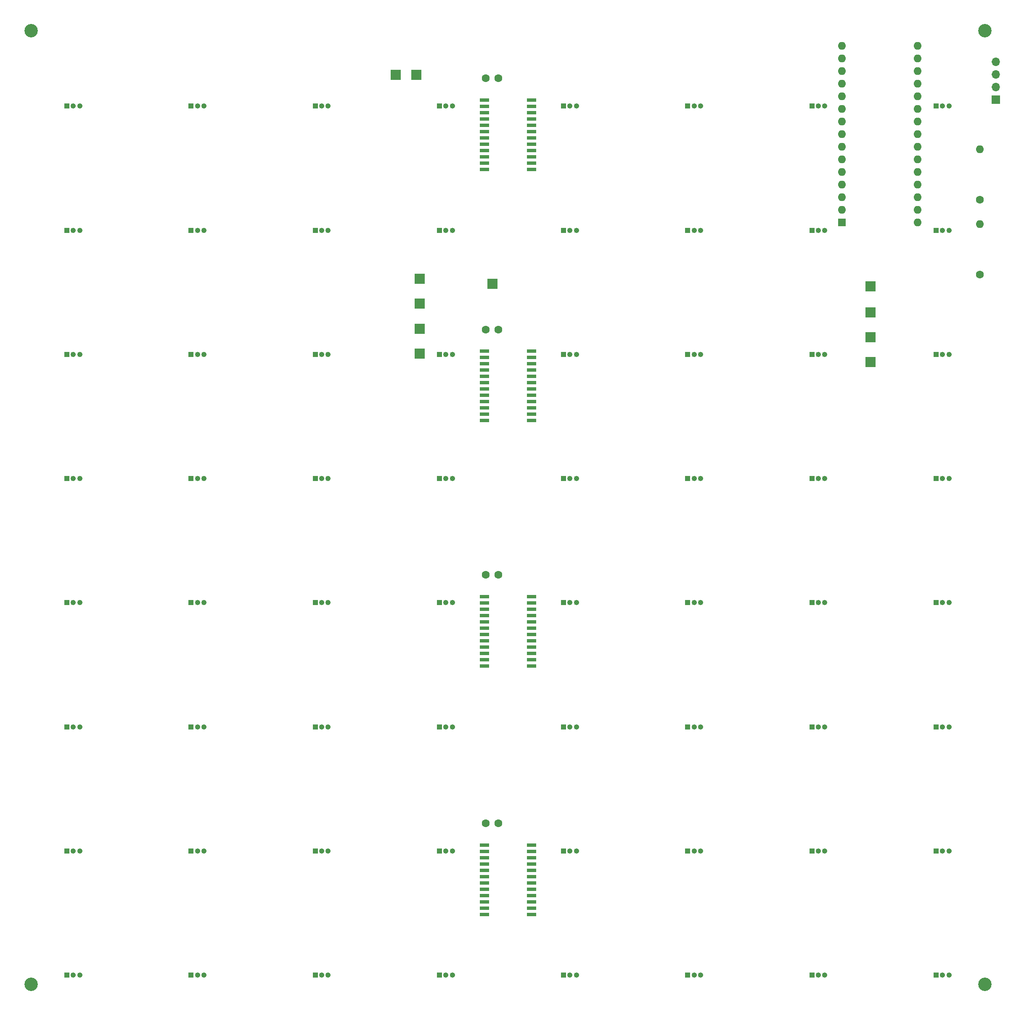
<source format=gbs>
G04 #@! TF.GenerationSoftware,KiCad,Pcbnew,8.0.8*
G04 #@! TF.CreationDate,2025-02-06T21:03:28-05:00*
G04 #@! TF.ProjectId,Chessboard Hardware,43686573-7362-46f6-9172-642048617264,1*
G04 #@! TF.SameCoordinates,Original*
G04 #@! TF.FileFunction,Soldermask,Bot*
G04 #@! TF.FilePolarity,Negative*
%FSLAX46Y46*%
G04 Gerber Fmt 4.6, Leading zero omitted, Abs format (unit mm)*
G04 Created by KiCad (PCBNEW 8.0.8) date 2025-02-06 21:03:28*
%MOMM*%
%LPD*%
G01*
G04 APERTURE LIST*
%ADD10R,1.080000X1.080000*%
%ADD11C,1.080000*%
%ADD12R,2.000000X2.000000*%
%ADD13C,2.700000*%
%ADD14C,1.600000*%
%ADD15R,1.950000X0.650000*%
%ADD16O,1.600000X1.600000*%
%ADD17R,1.600000X1.600000*%
%ADD18R,1.700000X1.700000*%
%ADD19O,1.700000X1.700000*%
G04 APERTURE END LIST*
D10*
X86200000Y-144200000D03*
D11*
X87500000Y-144200000D03*
X88800000Y-144200000D03*
D10*
X86200000Y-244195600D03*
D11*
X87500000Y-244195600D03*
X88800000Y-244195600D03*
D10*
X136200000Y-169200000D03*
D11*
X137500000Y-169200000D03*
X138800000Y-169200000D03*
D10*
X86200000Y-219200000D03*
D11*
X87500000Y-219200000D03*
X88800000Y-219200000D03*
D10*
X86200000Y-69200000D03*
D11*
X87500000Y-69200000D03*
X88800000Y-69200000D03*
D10*
X161200000Y-144200000D03*
D11*
X162500000Y-144200000D03*
X163800000Y-144200000D03*
D12*
X132250000Y-114000000D03*
D10*
X186200000Y-94200000D03*
D11*
X187500000Y-94200000D03*
X188800000Y-94200000D03*
D10*
X186200000Y-169200000D03*
D11*
X187500000Y-169200000D03*
X188800000Y-169200000D03*
D10*
X236200000Y-169200000D03*
D11*
X237500000Y-169200000D03*
X238800000Y-169200000D03*
D10*
X186200000Y-194200000D03*
D11*
X187500000Y-194200000D03*
X188800000Y-194200000D03*
D13*
X54000000Y-246000000D03*
D10*
X86200000Y-119200000D03*
D11*
X87500000Y-119200000D03*
X88800000Y-119200000D03*
D10*
X161200000Y-119200000D03*
D11*
X162500000Y-119200000D03*
X163800000Y-119200000D03*
D10*
X111200000Y-119200000D03*
D11*
X112500000Y-119200000D03*
X113800000Y-119200000D03*
D10*
X161200000Y-169200000D03*
D11*
X162500000Y-169200000D03*
X163800000Y-169200000D03*
D10*
X161200000Y-219200000D03*
D11*
X162500000Y-219200000D03*
X163800000Y-219200000D03*
D10*
X61200000Y-119200000D03*
D11*
X62500000Y-119200000D03*
X63800000Y-119200000D03*
D10*
X111200000Y-144200000D03*
D11*
X112500000Y-144200000D03*
X113800000Y-144200000D03*
D10*
X61200000Y-94200000D03*
D11*
X62500000Y-94200000D03*
X63800000Y-94200000D03*
D10*
X86200000Y-169195600D03*
D11*
X87500000Y-169195600D03*
X88800000Y-169195600D03*
D10*
X61200000Y-169195600D03*
D11*
X62500000Y-169195600D03*
X63800000Y-169195600D03*
D10*
X61200000Y-144200000D03*
D11*
X62500000Y-144200000D03*
X63800000Y-144200000D03*
D13*
X246000000Y-246000000D03*
D12*
X132250000Y-109000000D03*
D10*
X211200000Y-144200000D03*
D11*
X212500000Y-144200000D03*
X213800000Y-144200000D03*
D10*
X161200000Y-69200000D03*
D11*
X162500000Y-69200000D03*
X163800000Y-69200000D03*
D10*
X136200000Y-119200000D03*
D11*
X137500000Y-119200000D03*
X138800000Y-119200000D03*
D10*
X236200000Y-94200000D03*
D11*
X237500000Y-94200000D03*
X238800000Y-94200000D03*
D10*
X111200000Y-169195600D03*
D11*
X112500000Y-169195600D03*
X113800000Y-169195600D03*
D10*
X186200000Y-219200000D03*
D11*
X187500000Y-219200000D03*
X188800000Y-219200000D03*
D13*
X246000000Y-54000000D03*
D12*
X146900000Y-105000000D03*
D10*
X86200000Y-94200000D03*
D11*
X87500000Y-94200000D03*
X88800000Y-94200000D03*
D10*
X136200000Y-144200000D03*
D11*
X137500000Y-144200000D03*
X138800000Y-144200000D03*
D10*
X61200000Y-244195600D03*
D11*
X62500000Y-244195600D03*
X63800000Y-244195600D03*
D10*
X161200000Y-94200000D03*
D11*
X162500000Y-94200000D03*
X163800000Y-94200000D03*
D10*
X236200000Y-144200000D03*
D11*
X237500000Y-144200000D03*
X238800000Y-144200000D03*
D10*
X161200000Y-244200000D03*
D11*
X162500000Y-244200000D03*
X163800000Y-244200000D03*
D13*
X54000000Y-54000000D03*
D10*
X136200000Y-244195600D03*
D11*
X137500000Y-244195600D03*
X138800000Y-244195600D03*
D10*
X136200000Y-69200000D03*
D11*
X137500000Y-69200000D03*
X138800000Y-69200000D03*
D10*
X136200000Y-194200000D03*
D11*
X137500000Y-194200000D03*
X138800000Y-194200000D03*
D10*
X136200000Y-94200000D03*
D11*
X137500000Y-94200000D03*
X138800000Y-94200000D03*
D12*
X223000000Y-115700000D03*
X132250000Y-119000000D03*
D10*
X111200000Y-219200000D03*
D11*
X112500000Y-219200000D03*
X113800000Y-219200000D03*
D10*
X211200000Y-194200000D03*
D11*
X212500000Y-194200000D03*
X213800000Y-194200000D03*
D10*
X211200000Y-244200000D03*
D11*
X212500000Y-244200000D03*
X213800000Y-244200000D03*
D10*
X211200000Y-169200000D03*
D11*
X212500000Y-169200000D03*
X213800000Y-169200000D03*
D12*
X131600000Y-62900000D03*
D10*
X111200000Y-194200000D03*
D11*
X112500000Y-194200000D03*
X113800000Y-194200000D03*
D10*
X111200000Y-69200000D03*
D11*
X112500000Y-69200000D03*
X113800000Y-69200000D03*
D10*
X236200000Y-119200000D03*
D11*
X237500000Y-119200000D03*
X238800000Y-119200000D03*
D10*
X161200000Y-194200000D03*
D11*
X162500000Y-194200000D03*
X163800000Y-194200000D03*
D10*
X186200000Y-119200000D03*
D11*
X187500000Y-119200000D03*
X188800000Y-119200000D03*
D10*
X186200000Y-69200000D03*
D11*
X187500000Y-69200000D03*
X188800000Y-69200000D03*
D12*
X223000000Y-105500000D03*
X223000000Y-120700000D03*
D10*
X186200000Y-144200000D03*
D11*
X187500000Y-144200000D03*
X188800000Y-144200000D03*
D12*
X127400000Y-62900000D03*
D10*
X236200000Y-244200000D03*
D11*
X237500000Y-244200000D03*
X238800000Y-244200000D03*
D10*
X186200000Y-244200000D03*
D11*
X187500000Y-244200000D03*
X188800000Y-244200000D03*
D10*
X236200000Y-69200000D03*
D11*
X237500000Y-69200000D03*
X238800000Y-69200000D03*
D10*
X211200000Y-69200000D03*
D11*
X212500000Y-69200000D03*
X213800000Y-69200000D03*
D12*
X223000000Y-110750000D03*
D10*
X236200000Y-219200000D03*
D11*
X237500000Y-219200000D03*
X238800000Y-219200000D03*
D10*
X236200000Y-194200000D03*
D11*
X237500000Y-194200000D03*
X238800000Y-194200000D03*
D10*
X111200000Y-244200000D03*
D11*
X112500000Y-244200000D03*
X113800000Y-244200000D03*
D10*
X136200000Y-219200000D03*
D11*
X137500000Y-219200000D03*
X138800000Y-219200000D03*
D10*
X211200000Y-119200000D03*
D11*
X212500000Y-119200000D03*
X213800000Y-119200000D03*
D10*
X111200000Y-94200000D03*
D11*
X112500000Y-94200000D03*
X113800000Y-94200000D03*
D10*
X61200000Y-69200000D03*
D11*
X62500000Y-69200000D03*
X63800000Y-69200000D03*
D10*
X61200000Y-194200000D03*
D11*
X62500000Y-194200000D03*
X63800000Y-194200000D03*
D10*
X211200000Y-219200000D03*
D11*
X212500000Y-219200000D03*
X213800000Y-219200000D03*
D12*
X132250000Y-104000000D03*
D10*
X61200000Y-219195600D03*
D11*
X62500000Y-219195600D03*
X63800000Y-219195600D03*
D10*
X211200000Y-94200000D03*
D11*
X212500000Y-94200000D03*
X213800000Y-94200000D03*
D10*
X86200000Y-194195600D03*
D11*
X87500000Y-194195600D03*
X88800000Y-194195600D03*
D14*
X145550000Y-163600000D03*
X148050000Y-163600000D03*
X145550000Y-63600000D03*
X148050000Y-63600000D03*
D15*
X154725000Y-168015000D03*
X154725000Y-169285000D03*
X154725000Y-170555000D03*
X154725000Y-171825000D03*
X154725000Y-173095000D03*
X154725000Y-174365000D03*
X154725000Y-175635000D03*
X154725000Y-176905000D03*
X154725000Y-178175000D03*
X154725000Y-179445000D03*
X154725000Y-180715000D03*
X154725000Y-181985000D03*
X145275000Y-181985000D03*
X145275000Y-180715000D03*
X145275000Y-179445000D03*
X145275000Y-178175000D03*
X145275000Y-176905000D03*
X145275000Y-175635000D03*
X145275000Y-174365000D03*
X145275000Y-173095000D03*
X145275000Y-171825000D03*
X145275000Y-170555000D03*
X145275000Y-169285000D03*
X145275000Y-168015000D03*
D14*
X245000000Y-88080000D03*
D16*
X245000000Y-77920000D03*
D14*
X145550000Y-213600000D03*
X148050000Y-213600000D03*
X245000000Y-103080000D03*
D16*
X245000000Y-92920000D03*
D14*
X145550000Y-114200000D03*
X148050000Y-114200000D03*
D17*
X217250000Y-92620000D03*
D16*
X217250000Y-90080000D03*
X217250000Y-87540000D03*
X217250000Y-85000000D03*
X217250000Y-82460000D03*
X217250000Y-79920000D03*
X217250000Y-77380000D03*
X217250000Y-74840000D03*
X217250000Y-72300000D03*
X217250000Y-69760000D03*
X217250000Y-67220000D03*
X217250000Y-64680000D03*
X217250000Y-62140000D03*
X217250000Y-59600000D03*
X217250000Y-57060000D03*
X232490000Y-57060000D03*
X232490000Y-59600000D03*
X232490000Y-62140000D03*
X232490000Y-64680000D03*
X232490000Y-67220000D03*
X232490000Y-69760000D03*
X232490000Y-72300000D03*
X232490000Y-74840000D03*
X232490000Y-77380000D03*
X232490000Y-79920000D03*
X232490000Y-82460000D03*
X232490000Y-85000000D03*
X232490000Y-87540000D03*
X232490000Y-90080000D03*
X232490000Y-92620000D03*
D15*
X154725000Y-218015000D03*
X154725000Y-219285000D03*
X154725000Y-220555000D03*
X154725000Y-221825000D03*
X154725000Y-223095000D03*
X154725000Y-224365000D03*
X154725000Y-225635000D03*
X154725000Y-226905000D03*
X154725000Y-228175000D03*
X154725000Y-229445000D03*
X154725000Y-230715000D03*
X154725000Y-231985000D03*
X145275000Y-231985000D03*
X145275000Y-230715000D03*
X145275000Y-229445000D03*
X145275000Y-228175000D03*
X145275000Y-226905000D03*
X145275000Y-225635000D03*
X145275000Y-224365000D03*
X145275000Y-223095000D03*
X145275000Y-221825000D03*
X145275000Y-220555000D03*
X145275000Y-219285000D03*
X145275000Y-218015000D03*
X154725000Y-68015000D03*
X154725000Y-69285000D03*
X154725000Y-70555000D03*
X154725000Y-71825000D03*
X154725000Y-73095000D03*
X154725000Y-74365000D03*
X154725000Y-75635000D03*
X154725000Y-76905000D03*
X154725000Y-78175000D03*
X154725000Y-79445000D03*
X154725000Y-80715000D03*
X154725000Y-81985000D03*
X145275000Y-81985000D03*
X145275000Y-80715000D03*
X145275000Y-79445000D03*
X145275000Y-78175000D03*
X145275000Y-76905000D03*
X145275000Y-75635000D03*
X145275000Y-74365000D03*
X145275000Y-73095000D03*
X145275000Y-71825000D03*
X145275000Y-70555000D03*
X145275000Y-69285000D03*
X145275000Y-68015000D03*
X154725000Y-118515000D03*
X154725000Y-119785000D03*
X154725000Y-121055000D03*
X154725000Y-122325000D03*
X154725000Y-123595000D03*
X154725000Y-124865000D03*
X154725000Y-126135000D03*
X154725000Y-127405000D03*
X154725000Y-128675000D03*
X154725000Y-129945000D03*
X154725000Y-131215000D03*
X154725000Y-132485000D03*
X145275000Y-132485000D03*
X145275000Y-131215000D03*
X145275000Y-129945000D03*
X145275000Y-128675000D03*
X145275000Y-127405000D03*
X145275000Y-126135000D03*
X145275000Y-124865000D03*
X145275000Y-123595000D03*
X145275000Y-122325000D03*
X145275000Y-121055000D03*
X145275000Y-119785000D03*
X145275000Y-118515000D03*
D18*
X248200000Y-67900000D03*
D19*
X248200000Y-65360000D03*
X248200000Y-62820000D03*
X248200000Y-60280000D03*
M02*

</source>
